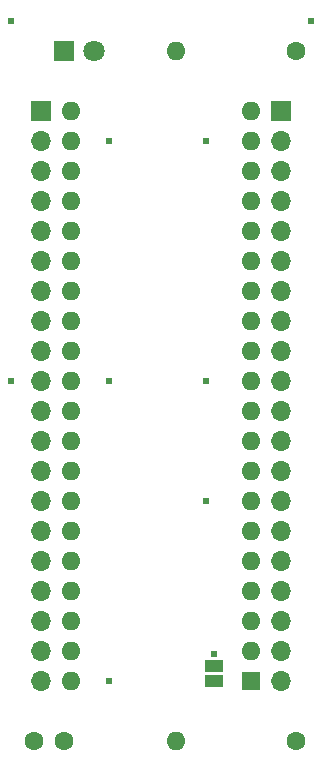
<source format=gbs>
G04 #@! TF.GenerationSoftware,KiCad,Pcbnew,(6.0.7-1)-1*
G04 #@! TF.CreationDate,2022-09-03T11:07:13+09:00*
G04 #@! TF.ProjectId,MEZ6502,4d455a36-3530-4322-9e6b-696361645f70,A*
G04 #@! TF.SameCoordinates,PX5f5e100PY8f0d180*
G04 #@! TF.FileFunction,Soldermask,Bot*
G04 #@! TF.FilePolarity,Negative*
%FSLAX46Y46*%
G04 Gerber Fmt 4.6, Leading zero omitted, Abs format (unit mm)*
G04 Created by KiCad (PCBNEW (6.0.7-1)-1) date 2022-09-03 11:07:13*
%MOMM*%
%LPD*%
G01*
G04 APERTURE LIST*
%ADD10C,1.600000*%
%ADD11O,1.600000X1.600000*%
%ADD12R,1.800000X1.800000*%
%ADD13C,1.800000*%
%ADD14R,1.600000X1.600000*%
%ADD15R,1.700000X1.700000*%
%ADD16O,1.700000X1.700000*%
%ADD17R,1.500000X1.000000*%
%ADD18C,0.605000*%
G04 APERTURE END LIST*
D10*
X25400000Y2540000D03*
D11*
X15240000Y2540000D03*
D12*
X5710000Y60960000D03*
D13*
X8250000Y60960000D03*
D14*
X21590000Y7620000D03*
D11*
X21590000Y10160000D03*
X21590000Y12700000D03*
X21590000Y15240000D03*
X21590000Y17780000D03*
X21590000Y20320000D03*
X21590000Y22860000D03*
X21590000Y25400000D03*
X21590000Y27940000D03*
X21590000Y30480000D03*
X21590000Y33020000D03*
X21590000Y35560000D03*
X21590000Y38100000D03*
X21590000Y40640000D03*
X21590000Y43180000D03*
X21590000Y45720000D03*
X21590000Y48260000D03*
X21590000Y50800000D03*
X21590000Y53340000D03*
X21590000Y55880000D03*
X6350000Y55880000D03*
X6350000Y53340000D03*
X6350000Y50800000D03*
X6350000Y48260000D03*
X6350000Y45720000D03*
X6350000Y43180000D03*
X6350000Y40640000D03*
X6350000Y38100000D03*
X6350000Y35560000D03*
X6350000Y33020000D03*
X6350000Y30480000D03*
X6350000Y27940000D03*
X6350000Y25400000D03*
X6350000Y22860000D03*
X6350000Y20320000D03*
X6350000Y17780000D03*
X6350000Y15240000D03*
X6350000Y12700000D03*
X6350000Y10160000D03*
X6350000Y7620000D03*
D10*
X25400000Y60960000D03*
D11*
X15240000Y60960000D03*
D10*
X5715000Y2540000D03*
X3215000Y2540000D03*
D15*
X3810000Y55875000D03*
D16*
X3810000Y53335000D03*
X3810000Y50795000D03*
X3810000Y48255000D03*
X3810000Y45715000D03*
X3810000Y43175000D03*
X3810000Y40635000D03*
X3810000Y38095000D03*
X3810000Y35555000D03*
X3810000Y33015000D03*
X3810000Y30475000D03*
X3810000Y27935000D03*
X3810000Y25395000D03*
X3810000Y22855000D03*
X3810000Y20315000D03*
X3810000Y17775000D03*
X3810000Y15235000D03*
X3810000Y12695000D03*
X3810000Y10155000D03*
X3810000Y7615000D03*
D15*
X24130000Y55880000D03*
D16*
X24130000Y53340000D03*
X24130000Y50800000D03*
X24130000Y48260000D03*
X24130000Y45720000D03*
X24130000Y43180000D03*
X24130000Y40640000D03*
X24130000Y38100000D03*
X24130000Y35560000D03*
X24130000Y33020000D03*
X24130000Y30480000D03*
X24130000Y27940000D03*
X24130000Y25400000D03*
X24130000Y22860000D03*
X24130000Y20320000D03*
X24130000Y17780000D03*
X24130000Y15240000D03*
X24130000Y12700000D03*
X24130000Y10160000D03*
X24130000Y7620000D03*
D17*
X18415000Y8905000D03*
X18415000Y7605000D03*
D18*
X18415000Y9882700D03*
X1270000Y33020000D03*
X17780000Y22860000D03*
X26670000Y63500000D03*
X9525000Y7620000D03*
X17780000Y53340000D03*
X9525000Y53340000D03*
X1270000Y63500000D03*
X9525000Y33020000D03*
X17780000Y33020000D03*
M02*

</source>
